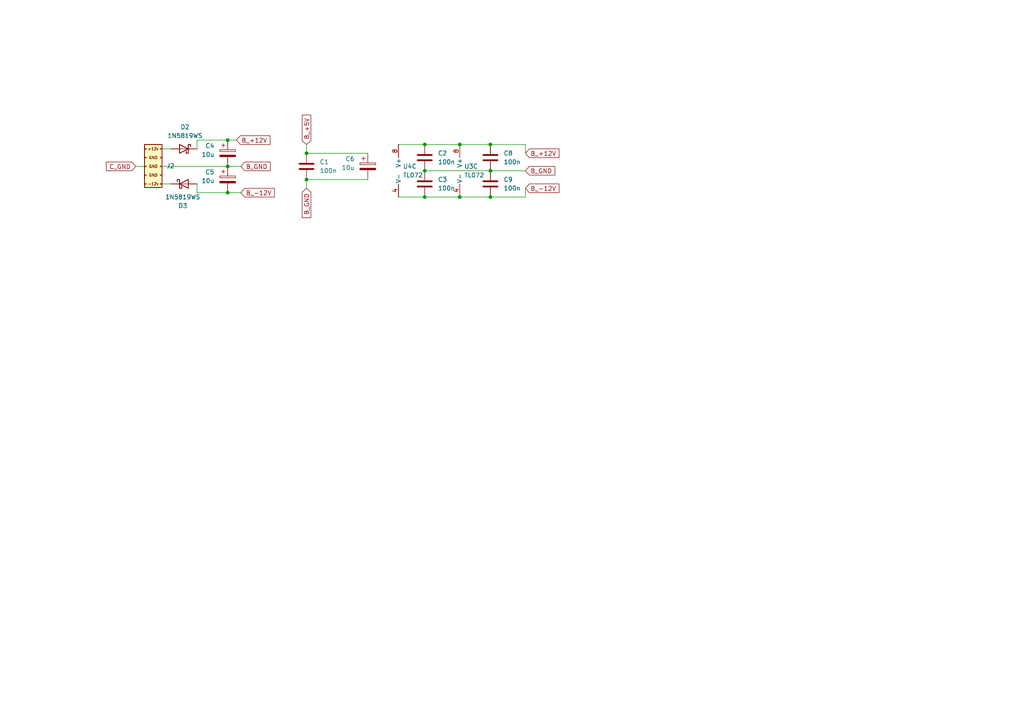
<source format=kicad_sch>
(kicad_sch (version 20250114) (generator "eeschema") (generator_version "9.0")
  (paper "A4")
  (lib_symbols
    (symbol "Amplifier_Operational:TL072" (pin_names (offset 0.127))
      (property "Reference" "U" (at 0 5.08 0))
      (property "Value" "TL072" (at 0 -5.08 0))
      (symbol "TL072_1_1"
        (polyline (pts (xy -5.08 5.08) (xy 5.08 0) (xy -5.08 -5.08) (xy -5.08 5.08)) (stroke (width 0.254)) (fill (type background)))
        (pin input line (at -7.62 2.54 0) (length 2.54) (name "+") (number "3"))
        (pin input line (at -7.62 -2.54 0) (length 2.54) (name "-") (number "2"))
        (pin output line (at 7.62 0 180) (length 2.54) (name "~") (number "1"))
      )
      (symbol "TL072_2_1"
        (polyline (pts (xy -5.08 5.08) (xy 5.08 0) (xy -5.08 -5.08) (xy -5.08 5.08)) (stroke (width 0.254)) (fill (type background)))
        (pin input line (at -7.62 2.54 0) (length 2.54) (name "+") (number "5"))
        (pin input line (at -7.62 -2.54 0) (length 2.54) (name "-") (number "6"))
        (pin output line (at 7.62 0 180) (length 2.54) (name "~") (number "7"))
      )
      (symbol "TL072_3_1"
        (pin power_in line (at -2.54 7.62 270) (length 3.81) (name "V+") (number "8"))
        (pin power_in line (at -2.54 -7.62 90) (length 3.81) (name "V-") (number "4"))
      )
    )
    (symbol "Custom:EuroPower10_THT" (pin_names (offset 1.016) (hide yes))
      (property "Reference" "J" (at 1.016 3.556 0))
      (symbol "EuroPower10_THT_0_0"
        (text "+12v" (at 1.27 0 0) (effects (font (size 0.8 0.8))))
        (text "GND" (at 1.27 -2.54 0) (effects (font (size 0.8 0.8))))
        (text "GND" (at 1.27 -5.08 0) (effects (font (size 0.8 0.8))))
        (text "GND" (at 1.27 -7.62 0) (effects (font (size 0.8 0.8))))
        (text "-12v" (at 1.27 -10.16 0) (effects (font (size 0.8 0.8))))
      )
      (symbol "EuroPower10_THT_1_1"
        (rectangle (start -1.27 1.27) (end 3.81 -11.176) (stroke (width 0.254)) (fill (type background)))
        (rectangle (start -1.27 0.127) (end -0.762 -0.127) (stroke (width 0.1524)))
        (rectangle (start -1.27 -2.413) (end -0.762 -2.667) (stroke (width 0.1524)))
        (rectangle (start -1.27 -4.953) (end -0.762 -5.207) (stroke (width 0.1524)))
        (rectangle (start -1.27 -7.493) (end -0.762 -7.747) (stroke (width 0.1524)))
        (rectangle (start -1.27 -10.033) (end -0.762 -10.287) (stroke (width 0.1524)))
        (rectangle (start 3.302 0.127) (end 3.81 -0.127) (stroke (width 0.1524)))
        (rectangle (start 3.302 -2.413) (end 3.81 -2.667) (stroke (width 0.1524)))
        (rectangle (start 3.302 -4.953) (end 3.81 -5.207) (stroke (width 0.1524)))
        (rectangle (start 3.302 -7.493) (end 3.81 -7.747) (stroke (width 0.1524)))
        (rectangle (start 3.302 -10.033) (end 3.81 -10.287) (stroke (width 0.1524)))
        (pin power_in line (at -1.27 0 180) (length 3.81) (hide yes) (name "+12V") (number "10"))
        (pin power_in line (at -1.27 -2.54 180) (length 3.81) (hide yes) (name "GND") (number "8"))
        (pin power_in line (at -1.27 -5.08 180) (length 3.81) (hide yes) (name "GND") (number "6"))
        (pin power_in line (at -1.27 -7.62 180) (length 3.81) (hide yes) (name "GND") (number "4"))
        (pin power_in line (at -1.27 -10.16 180) (length 3.81) (hide yes) (name "-12V") (number "2"))
        (pin power_in line (at 3.81 0 0) (length 3.81) (hide yes) (name "+12V") (number "9"))
        (pin power_in line (at 3.81 -2.54 0) (length 3.81) (hide yes) (name "GND") (number "7"))
        (pin power_in line (at 3.81 -5.08 0) (length 3.81) (hide yes) (name "GND") (number "5"))
        (pin power_in line (at 3.81 -7.62 0) (length 3.81) (hide yes) (name "GND") (number "3"))
        (pin power_in line (at 3.81 -10.16 0) (length 3.81) (hide yes) (name "-12V") (number "1"))
      )
    )
    (symbol "Device:C" (pin_numbers (hide yes)) (pin_names (offset 0.254))
      (property "Reference" "C" (at 0.635 2.54 0))
      (property "Value" "C" (at 0.635 -2.54 0))
      (symbol "C_0_1"
        (polyline (pts (xy -2.032 0.762) (xy 2.032 0.762)) (stroke (width 0.508)))
        (polyline (pts (xy -2.032 -0.762) (xy 2.032 -0.762)) (stroke (width 0.508)))
      )
      (symbol "C_1_1"
        (pin passive line (at 0 3.81 270) (length 2.794) (name "~") (number "1"))
        (pin passive line (at 0 -3.81 90) (length 2.794) (name "~") (number "2"))
      )
    )
    (symbol "Device:C_Polarized" (pin_numbers (hide yes)) (pin_names (offset 0.254))
      (property "Reference" "C" (at 0.635 2.54 0))
      (property "Value" "C_Polarized" (at 0.635 -2.54 0))
      (symbol "C_Polarized_0_1"
        (rectangle (start -2.286 0.508) (end 2.286 1.016))
        (polyline (pts (xy -1.778 2.286) (xy -0.762 2.286)))
        (polyline (pts (xy -1.27 2.794) (xy -1.27 1.778)))
        (rectangle (start 2.286 -0.508) (end -2.286 -1.016) (fill (type outline)))
      )
      (symbol "C_Polarized_1_1"
        (pin passive line (at 0 3.81 270) (length 2.794) (name "~") (number "1"))
        (pin passive line (at 0 -3.81 90) (length 2.794) (name "~") (number "2"))
      )
    )
    (symbol "Diode:1N5819WS" (pin_numbers (hide yes)) (pin_names (offset 1.016) (hide yes))
      (property "Reference" "D" (at 0 2.54 0))
      (property "Value" "1N5819WS" (at 0 -2.54 0))
      (symbol "1N5819WS_0_1"
        (polyline (pts (xy -1.905 0.635) (xy -1.905 1.27) (xy -1.27 1.27) (xy -1.27 -1.27) (xy -0.635 -1.27) (xy -0.635 -0.635)) (stroke (width 0.254)))
        (polyline (pts (xy 1.27 1.27) (xy 1.27 -1.27) (xy -1.27 0) (xy 1.27 1.27)) (stroke (width 0.254)))
        (polyline (pts (xy 1.27 0) (xy -1.27 0)))
      )
      (symbol "1N5819WS_1_1"
        (pin passive line (at -3.81 0 0) (length 2.54) (name "K") (number "1"))
        (pin passive line (at 3.81 0 180) (length 2.54) (name "A") (number "2"))
      )
    )
  )
  (junction (at 123.19 57.15))
  (junction (at 66.04 40.64))
  (junction (at 142.24 49.53))
  (junction (at 123.19 41.91))
  (junction (at 66.04 55.88))
  (junction (at 88.9 44.45))
  (junction (at 66.04 48.26))
  (junction (at 142.24 41.91))
  (junction (at 133.35 57.15))
  (junction (at 88.9 52.07))
  (junction (at 133.35 41.91))
  (junction (at 142.24 57.15))
  (junction (at 123.19 49.53))
  (wire (pts (xy 39.37 48.26) (xy 41.91 48.26)))
  (wire (pts (xy 46.99 43.18) (xy 49.53 43.18)))
  (wire (pts (xy 152.4 41.91) (xy 152.4 44.45)))
  (wire (pts (xy 69.85 48.26) (xy 66.04 48.26)))
  (wire (pts (xy 88.9 52.07) (xy 88.9 54.61)))
  (wire (pts (xy 57.15 53.34) (xy 57.15 55.88)))
  (wire (pts (xy 152.4 57.15) (xy 152.4 54.61)))
  (wire (pts (xy 133.35 57.15) (xy 142.24 57.15)))
  (wire (pts (xy 123.19 49.53) (xy 142.24 49.53)))
  (wire (pts (xy 57.15 40.64) (xy 66.04 40.64)))
  (wire (pts (xy 142.24 49.53) (xy 152.4 49.53)))
  (wire (pts (xy 142.24 57.15) (xy 152.4 57.15)))
  (wire (pts (xy 88.9 41.91) (xy 88.9 44.45)))
  (wire (pts (xy 57.15 55.88) (xy 66.04 55.88)))
  (wire (pts (xy 123.19 41.91) (xy 133.35 41.91)))
  (wire (pts (xy 88.9 44.45) (xy 106.68 44.45)))
  (wire (pts (xy 68.58 40.64) (xy 66.04 40.64)))
  (wire (pts (xy 115.57 41.91) (xy 123.19 41.91)))
  (wire (pts (xy 66.04 55.88) (xy 69.85 55.88)))
  (wire (pts (xy 46.99 53.34) (xy 49.53 53.34)))
  (wire (pts (xy 115.57 57.15) (xy 123.19 57.15)))
  (wire (pts (xy 123.19 57.15) (xy 133.35 57.15)))
  (wire (pts (xy 57.15 43.18) (xy 57.15 40.64)))
  (wire (pts (xy 88.9 52.07) (xy 106.68 52.07)))
  (wire (pts (xy 66.04 48.26) (xy 46.99 48.26)))
  (wire (pts (xy 133.35 41.91) (xy 142.24 41.91)))
  (wire (pts (xy 142.24 41.91) (xy 152.4 41.91)))
  (global_label "B_-12V" (shape input) (at 69.85 55.88 0) (property "Intersheetrefs" "${INTERSHEET_REFS}" (effects (hide yes))))
  (global_label "B_+12V" (shape input) (at 152.4 44.45 0) (property "Intersheetrefs" "${INTERSHEET_REFS}" (effects (hide yes))))
  (global_label "B_+5V" (shape input) (at 88.9 41.91 90) (property "Intersheetrefs" "${INTERSHEET_REFS}" (effects (hide yes))))
  (global_label "B_GND" (shape input) (at 152.4 49.53 0) (property "Intersheetrefs" "${INTERSHEET_REFS}" (effects (hide yes))))
  (global_label "B_GND" (shape input) (at 69.85 48.26 0) (property "Intersheetrefs" "${INTERSHEET_REFS}" (effects (hide yes))))
  (global_label "B_GND" (shape input) (at 88.9 54.61 270) (property "Intersheetrefs" "${INTERSHEET_REFS}" (effects (hide yes))))
  (global_label "B_-12V" (shape input) (at 152.4 54.61 0) (property "Intersheetrefs" "${INTERSHEET_REFS}" (effects (hide yes))))
  (global_label "B_+12V" (shape input) (at 68.58 40.64 0) (property "Intersheetrefs" "${INTERSHEET_REFS}" (effects (hide yes))))
  (global_label "C_GND" (shape input) (at 39.37 48.26 180) (property "Intersheetrefs" "${INTERSHEET_REFS}" (effects (hide yes))))
  (symbol (lib_id "Diode:1N5819WS") (at 53.34 43.18 0) (mirror y) (unit 1)
    (property "Reference" "D2" (at 53.6575 36.83 0))
    (property "Value" "1N5819WS" (at 53.6575 39.37 0))
    (property "Footprint" "Diode_SMD:D_SOD-323" (effects (hide yes)))
    (property "Datasheet" "https://datasheet.lcsc.com/lcsc/2204281430_Guangdong-Hottech-1N5819WS_C191023.pdf" (effects (hide yes)))
    (property "Description" "40V 600mV@1A 1A SOD-323 Schottky Barrier Diodes, SOD-323" (effects (hide yes)))
    (property "LCSC PN" "C191023" (effects (hide yes)))
  )
  (symbol (lib_id "Amplifier_Operational:TL072") (at 118.11 49.53 0) (unit 3)
    (property "Reference" "U4" (at 116.84 48.2599 0) (effects (justify left)))
    (property "Value" "TL072" (at 116.84 50.7999 0) (effects (justify left)))
    (property "Footprint" "Package_SO:SOIC-8_3.9x4.9mm_P1.27mm" (effects (hide yes)))
    (property "Datasheet" "http://www.ti.com/lit/ds/symlink/tl071.pdf" (effects (hide yes)))
    (property "Description" "Dual Low-Noise JFET-Input Operational Amplifiers, DIP-8/SOIC-8" (effects (hide yes)))
    (property "LCSC PN" "C6961" (effects (hide yes)))
  )
  (symbol (lib_id "Device:C_Polarized") (at 66.04 52.07 0) (unit 1)
    (property "Reference" "C5" (at 62.23 49.9109 0) (effects (justify right)))
    (property "Value" "10u" (at 62.23 52.4509 0) (effects (justify right)))
    (property "Footprint" "Capacitor_SMD:C_0805_2012Metric" (effects (hide yes)))
    (property "Description" "Polarized capacitor" (effects (hide yes)))
    (property "LCSC PN" "C15850" (effects (hide yes)))
  )
  (symbol (lib_id "Device:C") (at 142.24 53.34 0) (unit 1)
    (property "Reference" "C9" (at 146.05 52.0699 0) (effects (justify left)))
    (property "Value" "100n" (at 146.05 54.6099 0) (effects (justify left)))
    (property "Footprint" "Capacitor_SMD:C_0603_1608Metric" (effects (hide yes)))
    (property "Description" "Unpolarized capacitor" (effects (hide yes)))
  )
  (symbol (lib_id "Custom:EuroPower10_THT") (at 43.18 43.18 0) (unit 1)
    (property "Reference" "J2" (at 48.26 48.1329 0) (effects (justify left)))
    (property "Value" "EuroPower10_THT" (effects (hide yes)))
    (property "Footprint" "Custom:IDC-Header_2x05_P2.54mm_Vertical_PinOnly" (effects (hide yes)))
    (property "Description" "Generic connector, double row, 02x08, odd/even pin numbering scheme (row 1 odd numbers, row 2 even numbers), script generated (kicad-library-utils/schlib/autogen/connector/)" (effects (hide yes)))
  )
  (symbol (lib_id "Device:C") (at 88.9 48.26 0) (unit 1)
    (property "Reference" "C1" (at 92.71 46.9899 0) (effects (justify left)))
    (property "Value" "100n" (at 92.71 49.5299 0) (effects (justify left)))
    (property "Footprint" "Capacitor_SMD:C_0603_1608Metric" (effects (hide yes)))
    (property "Description" "Unpolarized capacitor" (effects (hide yes)))
  )
  (symbol (lib_id "Amplifier_Operational:TL072") (at 135.89 49.53 0) (unit 3)
    (property "Reference" "U3" (at 134.62 48.2599 0) (effects (justify left)))
    (property "Value" "TL072" (at 134.62 50.7999 0) (effects (justify left)))
    (property "Footprint" "Package_SO:SOIC-8_3.9x4.9mm_P1.27mm" (effects (hide yes)))
    (property "Datasheet" "http://www.ti.com/lit/ds/symlink/tl071.pdf" (effects (hide yes)))
    (property "Description" "Dual Low-Noise JFET-Input Operational Amplifiers, DIP-8/SOIC-8" (effects (hide yes)))
    (property "LCSC PN" "C6961" (effects (hide yes)))
  )
  (symbol (lib_id "Device:C") (at 142.24 45.72 0) (unit 1)
    (property "Reference" "C8" (at 146.05 44.4499 0) (effects (justify left)))
    (property "Value" "100n" (at 146.05 46.9899 0) (effects (justify left)))
    (property "Footprint" "Capacitor_SMD:C_0603_1608Metric" (effects (hide yes)))
    (property "Description" "Unpolarized capacitor" (effects (hide yes)))
  )
  (symbol (lib_id "Device:C_Polarized") (at 66.04 44.45 0) (unit 1)
    (property "Reference" "C4" (at 62.23 42.2909 0) (effects (justify right)))
    (property "Value" "10u" (at 62.23 44.8309 0) (effects (justify right)))
    (property "Footprint" "Capacitor_SMD:C_0805_2012Metric" (effects (hide yes)))
    (property "Description" "Polarized capacitor" (effects (hide yes)))
    (property "LCSC PN" "C15850" (effects (hide yes)))
  )
  (symbol (lib_id "Device:C") (at 123.19 53.34 0) (unit 1)
    (property "Reference" "C3" (at 127 52.0699 0) (effects (justify left)))
    (property "Value" "100n" (at 127 54.6099 0) (effects (justify left)))
    (property "Footprint" "Capacitor_SMD:C_0603_1608Metric" (effects (hide yes)))
    (property "Description" "Unpolarized capacitor" (effects (hide yes)))
  )
  (symbol (lib_id "Device:C") (at 123.19 45.72 0) (unit 1)
    (property "Reference" "C2" (at 127 44.4499 0) (effects (justify left)))
    (property "Value" "100n" (at 127 46.9899 0) (effects (justify left)))
    (property "Footprint" "Capacitor_SMD:C_0603_1608Metric" (effects (hide yes)))
    (property "Description" "Unpolarized capacitor" (effects (hide yes)))
  )
  (symbol (lib_id "Diode:1N5819WS") (at 53.34 53.34 0) (unit 1)
    (property "Reference" "D3" (at 53.0225 59.69 0))
    (property "Value" "1N5819WS" (at 53.0225 57.15 0))
    (property "Footprint" "Diode_SMD:D_SOD-323" (effects (hide yes)))
    (property "Datasheet" "https://datasheet.lcsc.com/lcsc/2204281430_Guangdong-Hottech-1N5819WS_C191023.pdf" (effects (hide yes)))
    (property "Description" "40V 600mV@1A 1A SOD-323 Schottky Barrier Diodes, SOD-323" (effects (hide yes)))
    (property "LCSC PN" "C191023" (effects (hide yes)))
  )
  (symbol (lib_id "Device:C_Polarized") (at 106.68 48.26 0) (unit 1)
    (property "Reference" "C6" (at 102.87 46.1009 0) (effects (justify right)))
    (property "Value" "10u" (at 102.87 48.6409 0) (effects (justify right)))
    (property "Footprint" "Capacitor_SMD:C_0805_2012Metric" (effects (hide yes)))
    (property "Description" "Polarized capacitor" (effects (hide yes)))
    (property "LCSC PN" "C15850" (effects (hide yes)))
  )
)
</source>
